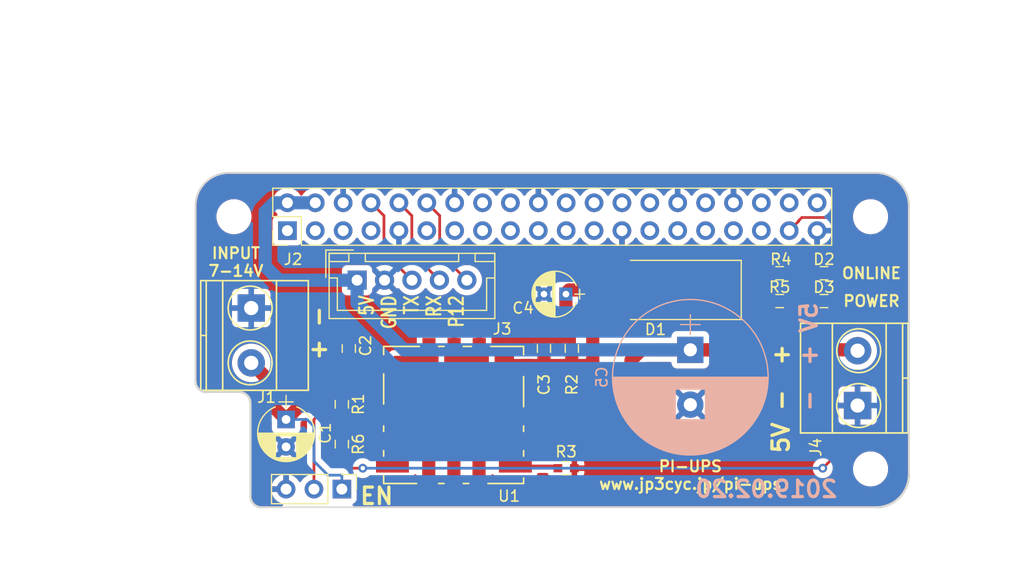
<source format=kicad_pcb>
(kicad_pcb (version 20221018) (generator pcbnew)
  (layers (0 "F.Cu" signal) (31 "B.Cu" signal) (34 "B.Paste" user) (35 "F.Paste" user) (36 "B.SilkS" user "B.Silkscreen") (37 "F.SilkS" user "F.Silkscreen") (38 "B.Mask" user) (39 "F.Mask" user) (44 "Edge.Cuts" user))
  (net 0 "")
  (net 1 "Net-(C1-Pad1)")
  (net 2 "pi-06")
  (net 3 "Net-(C3-Pad1)")
  (net 4 "pi-02")
  (net 5 "Net-(D2-Pad2)")
  (net 6 "Net-(D3-Pad2)")
  (net 7 "pi-01")
  (net 8 "pi-08")
  (net 9 "pi-10")
  (net 10 "pi-12")
  (net 11 "pi-37")
  (net 12 "Net-(R1-Pad2)")
  (net 13 "Net-(R3-Pad1)")
  (net 14 "Net-(U1-Pad11)")
  (footprint "Capacitors_THT:CP_Radial_D5.0mm_P2.50mm" (layer "F.Cu") (at 95.25 110.49 -90)
    (fp_text reference "C1" (at 1.25 -3.56 270) (layer "F.SilkS"))
    (fp_text value "22u")
    (pad "1" thru_hole rect (at 0 0 270) (size 1.6 1.6) (drill 0.8) (layers "*.Cu" "*.Mask") (net 1 "Net-(C1-Pad1)"))
    (pad "2" thru_hole circle (at 2.5 0 270) (size 1.6 1.6) (drill 0.8) (layers "*.Cu" "*.Mask") (net 2 "pi-06"))
  )
  (footprint "Capacitors_SMD:C_0603" (layer "F.Cu") (at 100.965 104.025 -90)
    (fp_text reference "C2" (at -0.266 -1.524 270) (layer "F.SilkS"))
    (fp_text value "0.1u")
    (pad "1" smd rect (at -0.75 0 270) (size 0.8 0.75) (layers "F.Cu" "F.Paste" "F.Mask") (net 2 "pi-06"))
    (pad "2" smd rect (at 0.75 0 270) (size 0.8 0.75) (layers "F.Cu" "F.Paste" "F.Mask") (net 1 "Net-(C1-Pad1)"))
  )
  (footprint "Capacitors_SMD:C_0603" (layer "F.Cu") (at 118.745 104.025 90)
    (fp_text reference "C3" (at -3.29 0 90) (layer "F.SilkS"))
    (fp_text value "0.1u")
    (pad "1" smd rect (at -0.75 0 90) (size 0.8 0.75) (layers "F.Cu" "F.Paste" "F.Mask") (net 3 "Net-(C3-Pad1)"))
    (pad "2" smd rect (at 0.75 0 90) (size 0.8 0.75) (layers "F.Cu" "F.Paste" "F.Mask") (net 2 "pi-06"))
  )
  (footprint "Capacitors_THT:CP_Radial_D4.0mm_P2.00mm" (layer "F.Cu") (at 120.745 99.06 180)
    (fp_text reference "C4" (at 3.905 -1.27 180) (layer "F.SilkS"))
    (fp_text value "10u")
    (pad "1" thru_hole rect (at 0 0 180) (size 1.2 1.2) (drill 0.6) (layers "*.Cu" "*.Mask") (net 3 "Net-(C3-Pad1)"))
    (pad "2" thru_hole circle (at 2 0 180) (size 1.2 1.2) (drill 0.6) (layers "*.Cu" "*.Mask") (net 2 "pi-06"))
  )
  (footprint "Diodes_SMD:D_3220" (layer "F.Cu") (at 130.62 98.68 180)
    (fp_text reference "D1" (at 1.715 -3.6 180) (layer "F.SilkS"))
    (fp_text value "D")
    (pad "1" smd rect (at -4 0 270) (size 3.9 3.9) (layers "F.Cu" "F.Paste" "F.Mask") (net 4 "pi-02"))
    (pad "2" smd rect (at 4 0 270) (size 3.9 3.9) (layers "F.Cu" "F.Paste" "F.Mask") (net 3 "Net-(C3-Pad1)"))
  )
  (footprint "Capacitors_SMD:C_0603" (layer "F.Cu") (at 144.26 97.155 180)
    (fp_text reference "D2" (at 0 1.27 180) (layer "F.SilkS"))
    (fp_text value "ON-LINE")
    (pad "1" smd rect (at -0.75 0 180) (size 0.8 0.75) (layers "F.Cu" "F.Paste" "F.Mask") (net 2 "pi-06"))
    (pad "2" smd rect (at 0.75 0 180) (size 0.8 0.75) (layers "F.Cu" "F.Paste" "F.Mask") (net 5 "Net-(D2-Pad2)"))
  )
  (footprint "Capacitors_SMD:C_0603" (layer "F.Cu") (at 144.26 99.695 180)
    (fp_text reference "D3" (at 0 1.27 180) (layer "F.SilkS"))
    (fp_text value "POWER")
    (pad "1" smd rect (at -0.75 0 180) (size 0.8 0.75) (layers "F.Cu" "F.Paste" "F.Mask") (net 2 "pi-06"))
    (pad "2" smd rect (at 0.75 0 180) (size 0.8 0.75) (layers "F.Cu" "F.Paste" "F.Mask") (net 6 "Net-(D3-Pad2)"))
  )
  (footprint "Connectors_Terminal_Blocks:TerminalBlock_Pheonix_MKDS1.5-2pol" (layer "F.Cu") (at 92.075 100.33 -90)
    (fp_text reference "J1" (at 8.128 -1.397) (layer "F.SilkS"))
    (fp_text value "Battery")
    (pad "1" thru_hole rect (at 0 0 270) (size 2.5 2.5) (drill 1.3) (layers "*.Cu" "*.Mask") (net 2 "pi-06"))
    (pad "2" thru_hole circle (at 5 0 270) (size 2.5 2.5) (drill 1.3) (layers "*.Cu" "*.Mask") (net 1 "Net-(C1-Pad1)"))
  )
  (footprint "Pin_Headers:Pin_Header_Straight_2x20_Pitch2.54mm" (layer "F.Cu") (at 95.37 93.27 90)
    (fp_text reference "J2" (at -2.615 0.515 180) (layer "F.SilkS"))
    (fp_text value "Raspi GPIO")
    (pad "1" thru_hole rect locked (at 0 0 90) (size 1.7 1.7) (drill 1) (layers "*.Cu" "*.Mask") (net 7 "pi-01"))
    (pad "2" thru_hole oval locked (at 2.54 0 90) (size 1.7 1.7) (drill 1) (layers "*.Cu" "*.Mask") (net 4 "pi-02"))
    (pad "3" thru_hole oval locked (at 0 2.54 90) (size 1.7 1.7) (drill 1) (layers "*.Cu" "*.Mask"))
    (pad "4" thru_hole oval locked (at 2.54 2.54 90) (size 1.7 1.7) (drill 1) (layers "*.Cu" "*.Mask") (net 4 "pi-02"))
    (pad "5" thru_hole oval locked (at 0 5.08 90) (size 1.7 1.7) (drill 1) (layers "*.Cu" "*.Mask"))
    (pad "6" thru_hole oval locked (at 2.54 5.08 90) (size 1.7 1.7) (drill 1) (layers "*.Cu" "*.Mask") (net 2 "pi-06"))
    (pad "7" thru_hole oval locked (at 0 7.62 90) (size 1.7 1.7) (drill 1) (layers "*.Cu" "*.Mask"))
    (pad "8" thru_hole oval locked (at 2.54 7.62 90) (size 1.7 1.7) (drill 1) (layers "*.Cu" "*.Mask") (net 8 "pi-08"))
    (pad "9" thru_hole oval locked (at 0 10.16 90) (size 1.7 1.7) (drill 1) (layers "*.Cu" "*.Mask") (net 2 "pi-06"))
    (pad "10" thru_hole oval locked (at 2.54 10.16 90) (size 1.7 1.7) (drill 1) (layers "*.Cu" "*.Mask") (net 9 "pi-10"))
    (pad "11" thru_hole oval locked (at 0 12.7 90) (size 1.7 1.7) (drill 1) (layers "*.Cu" "*.Mask"))
    (pad "12" thru_hole oval locked (at 2.54 12.7 90) (size 1.7 1.7) (drill 1) (layers "*.Cu" "*.Mask") (net 10 "pi-12"))
    (pad "13" thru_hole oval locked (at 0 15.24 90) (size 1.7 1.7) (drill 1) (layers "*.Cu" "*.Mask"))
    (pad "14" thru_hole oval locked (at 2.54 15.24 90) (size 1.7 1.7) (drill 1) (layers "*.Cu" "*.Mask") (net 2 "pi-06"))
    (pad "15" thru_hole oval locked (at 0 17.78 90) (size 1.7 1.7) (drill 1) (layers "*.Cu" "*.Mask"))
    (pad "16" thru_hole oval locked (at 2.54 17.78 90) (size 1.7 1.7) (drill 1) (layers "*.Cu" "*.Mask"))
    (pad "17" thru_hole oval locked (at 0 20.32 90) (size 1.7 1.7) (drill 1) (layers "*.Cu" "*.Mask") (net 7 "pi-01"))
    (pad "18" thru_hole oval locked (at 2.54 20.32 90) (size 1.7 1.7) (drill 1) (layers "*.Cu" "*.Mask"))
    (pad "19" thru_hole oval locked (at 0 22.86 90) (size 1.7 1.7) (drill 1) (layers "*.Cu" "*.Mask"))
    (pad "20" thru_hole oval locked (at 2.54 22.86 90) (size 1.7 1.7) (drill 1) (layers "*.Cu" "*.Mask") (net 2 "pi-06"))
    (pad "21" thru_hole oval locked (at 0 25.4 90) (size 1.7 1.7) (drill 1) (layers "*.Cu" "*.Mask"))
    (pad "22" thru_hole oval locked (at 2.54 25.4 90) (size 1.7 1.7) (drill 1) (layers "*.Cu" "*.Mask"))
    (pad "23" thru_hole oval locked (at 0 27.94 90) (size 1.7 1.7) (drill 1) (layers "*.Cu" "*.Mask"))
    (pad "24" thru_hole oval locked (at 2.54 27.94 90) (size 1.7 1.7) (drill 1) (layers "*.Cu" "*.Mask"))
    (pad "25" thru_hole oval locked (at 0 30.48 90) (size 1.7 1.7) (drill 1) (layers "*.Cu" "*.Mask") (net 2 "pi-06"))
    (pad "26" thru_hole oval locked (at 2.54 30.48 90) (size 1.7 1.7) (drill 1) (layers "*.Cu" "*.Mask"))
    (pad "27" thru_hole oval locked (at 0 33.02 90) (size 1.7 1.7) (drill 1) (layers "*.Cu" "*.Mask"))
    (pad "28" thru_hole oval locked (at 2.54 33.02 90) (size 1.7 1.7) (drill 1) (layers "*.Cu" "*.Mask"))
    (pad "29" thru_hole oval locked (at 0 35.56 90) (size 1.7 1.7) (drill 1) (layers "*.Cu" "*.Mask"))
    (pad "30" thru_hole oval locked (at 2.54 35.56 90) (size 1.7 1.7) (drill 1) (layers "*.Cu" "*.Mask") (net 2 "pi-06"))
    (pad "31" thru_hole oval locked (at 0 38.1 90) (size 1.7 1.7) (drill 1) (layers "*.Cu" "*.Mask"))
    (pad "32" thru_hole oval locked (at 2.54 38.1 90) (size 1.7 1.7) (drill 1) (layers "*.Cu" "*.Mask"))
    (pad "33" thru_hole oval locked (at 0 40.64 90) (size 1.7 1.7) (drill 1) (layers "*.Cu" "*.Mask"))
    (pad "34" thru_hole oval locked (at 2.54 40.64 90) (size 1.7 1.7) (drill 1) (layers "*.Cu" "*.Mask") (net 2 "pi-06"))
    (pad "35" thru_hole oval locked (at 0 43.18 90) (size 1.7 1.7) (drill 1) (layers "*.Cu" "*.Mask"))
    (pad "36" thru_hole oval locked (at 2.54 43.18 90) (size 1.7 1.7) (drill 1) (layers "*.Cu" "*.Mask"))
    (pad "37" thru_hole oval locked (at 0 45.72 90) (size 1.7 1.7) (drill 1) (layers "*.Cu" "*.Mask") (net 11 "pi-37"))
    (pad "38" thru_hole oval locked (at 2.54 45.72 90) (size 1.7 1.7) (drill 1) (layers "*.Cu" "*.Mask"))
    (pad "39" thru_hole oval locked (at 0 48.26 90) (size 1.7 1.7) (drill 1) (layers "*.Cu" "*.Mask") (net 2 "pi-06"))
    (pad "40" thru_hole oval locked (at 2.54 48.26 90) (size 1.7 1.7) (drill 1) (layers "*.Cu" "*.Mask"))
  )
  (footprint "Connectors_JST:JST_XH_B05B-XH-A_05x2.50mm_Straight" (layer "F.Cu") (at 101.72 97.79)
    (fp_text reference "J3" (at 13.215 4.445) (layer "F.SilkS"))
    (fp_text value "GPS")
    (pad "1" thru_hole rect (at 0 0) (size 1.75 1.75) (drill 1) (layers "*.Cu" "*.Mask") (net 4 "pi-02"))
    (pad "2" thru_hole circle (at 2.5 0) (size 1.75 1.75) (drill 1) (layers "*.Cu" "*.Mask") (net 2 "pi-06"))
    (pad "3" thru_hole circle (at 5 0) (size 1.75 1.75) (drill 1) (layers "*.Cu" "*.Mask") (net 8 "pi-08"))
    (pad "4" thru_hole circle (at 7.5 0) (size 1.75 1.75) (drill 1) (layers "*.Cu" "*.Mask") (net 9 "pi-10"))
    (pad "5" thru_hole circle (at 10 0) (size 1.75 1.75) (drill 1) (layers "*.Cu" "*.Mask") (net 10 "pi-12"))
  )
  (footprint "Connectors_Terminal_Blocks:TerminalBlock_Pheonix_MKDS1.5-2pol" (layer "F.Cu") (at 147.32 109.22 90)
    (fp_text reference "J4" (at -3.81 -3.81 90) (layer "F.SilkS"))
    (fp_text value "5V")
    (pad "1" thru_hole rect (at 0 0 90) (size 2.5 2.5) (drill 1.3) (layers "*.Cu" "*.Mask") (net 2 "pi-06"))
    (pad "2" thru_hole circle (at 5 0 90) (size 2.5 2.5) (drill 1.3) (layers "*.Cu" "*.Mask") (net 4 "pi-02"))
  )
  (footprint "Capacitors_SMD:C_0603" (layer "F.Cu") (at 100.33 109.105 -90)
    (fp_text reference "R1" (at 0 -1.5 270) (layer "F.SilkS"))
    (fp_text value "20k")
    (pad "1" smd rect (at -0.75 0 270) (size 0.8 0.75) (layers "F.Cu" "F.Paste" "F.Mask") (net 1 "Net-(C1-Pad1)"))
    (pad "2" smd rect (at 0.75 0 270) (size 0.8 0.75) (layers "F.Cu" "F.Paste" "F.Mask") (net 12 "Net-(R1-Pad2)"))
  )
  (footprint "Capacitors_SMD:C_0603" (layer "F.Cu") (at 121.285 104.025 90)
    (fp_text reference "R2" (at -3.29 0 90) (layer "F.SilkS"))
    (fp_text value "1.2k")
    (pad "1" smd rect (at -0.75 0 90) (size 0.8 0.75) (layers "F.Cu" "F.Paste" "F.Mask") (net 3 "Net-(C3-Pad1)"))
    (pad "2" smd rect (at 0.75 0 90) (size 0.8 0.75) (layers "F.Cu" "F.Paste" "F.Mask") (net 2 "pi-06"))
  )
  (footprint "Capacitors_SMD:C_0603" (layer "F.Cu") (at 120.765 114.935)
    (fp_text reference "R3" (at 0 -1.5) (layer "F.SilkS"))
    (fp_text value "1.33k")
    (pad "1" smd rect (at -0.75 0) (size 0.8 0.75) (layers "F.Cu" "F.Paste" "F.Mask") (net 13 "Net-(R3-Pad1)"))
    (pad "2" smd rect (at 0.75 0) (size 0.8 0.75) (layers "F.Cu" "F.Paste" "F.Mask") (net 2 "pi-06"))
  )
  (footprint "Capacitors_SMD:C_0603" (layer "F.Cu") (at 140.22 99.695)
    (fp_text reference "R5" (at 0 -1.27) (layer "F.SilkS"))
    (fp_text value "1k")
    (pad "1" smd rect (at -0.75 0) (size 0.8 0.75) (layers "F.Cu" "F.Paste" "F.Mask") (net 4 "pi-02"))
    (pad "2" smd rect (at 0.75 0) (size 0.8 0.75) (layers "F.Cu" "F.Paste" "F.Mask") (net 6 "Net-(D3-Pad2)"))
  )
  (footprint "Capacitors_SMD:C_0603" (layer "F.Cu") (at 100.33 112.74 -90)
    (fp_text reference "R6" (at 0 -1.5 270) (layer "F.SilkS"))
    (fp_text value "0")
    (pad "1" smd rect (at -0.75 0 270) (size 0.8 0.75) (layers "F.Cu" "F.Paste" "F.Mask") (net 11 "pi-37"))
    (pad "2" smd rect (at 0.75 0 270) (size 0.8 0.75) (layers "F.Cu" "F.Paste" "F.Mask") (net 11 "pi-37"))
  )
  (footprint "Pin_Headers:Pin_Header_Straight_1x03_Pitch2.54mm" (layer "F.Cu") (at 100.33 116.84 -90)
    (fp_text reference "SW1" hide)
    (fp_text value "ON/OFF")
    (pad "1" thru_hole rect (at 0 0 270) (size 1.7 1.7) (drill 1) (layers "*.Cu" "*.Mask") (net 1 "Net-(C1-Pad1)"))
    (pad "2" thru_hole oval (at 0 2.54 270) (size 1.7 1.7) (drill 1) (layers "*.Cu" "*.Mask") (net 12 "Net-(R1-Pad2)"))
    (pad "3" thru_hole oval (at 0 5.08 270) (size 1.7 1.7) (drill 1) (layers "*.Cu" "*.Mask") (net 2 "pi-06"))
  )
  (footprint "murata_dcdc:OKL_T3_W12" (layer "F.Cu") (at 110.14 109.05)
    (fp_text reference "U1" (at 5.43 8.425) (layer "F.SilkS"))
    (fp_text value "OKL_T3_W12")
    (pad "1" smd rect (at -5.2 1.1) (size 3 1.2) (layers "F.Cu" "F.Paste" "F.Mask") (net 12 "Net-(R1-Pad2)"))
    (pad "2" smd rect (at -5.88 -3.48) (size 1.63 1.2) (layers "F.Cu" "F.Paste" "F.Mask") (net 1 "Net-(C1-Pad1)"))
    (pad "2" smd rect (at -3.03 -3.48) (size 4.07 1.77) (layers "F.Cu" "F.Paste" "F.Mask") (net 1 "Net-(C1-Pad1)"))
    (pad "2" smd rect (at -1.87 -5.18 90) (size 1.63 1.2) (layers "F.Cu" "F.Paste" "F.Mask") (net 1 "Net-(C1-Pad1)"))
    (pad "3" smd rect (at 0.42 -5.18 90) (size 1.63 1.2) (layers "F.Cu" "F.Paste" "F.Mask") (net 2 "pi-06"))
    (pad "3" smd rect (at 1.55 -3.48) (size 4.07 1.77) (layers "F.Cu" "F.Paste" "F.Mask") (net 2 "pi-06"))
    (pad "3" smd rect (at 2.71 -5.18 90) (size 1.63 1.2) (layers "F.Cu" "F.Paste" "F.Mask") (net 2 "pi-06"))
    (pad "4" smd rect (at 4.99 -2.33 90) (size 4.07 1.77) (layers "F.Cu" "F.Paste" "F.Mask") (net 3 "Net-(C3-Pad1)"))
    (pad "4" smd rect (at 6.69 -3.48) (size 1.63 1.2) (layers "F.Cu" "F.Paste" "F.Mask") (net 3 "Net-(C3-Pad1)"))
    (pad "5" smd rect (at 6 1.1) (size 3 1.2) (layers "F.Cu" "F.Paste" "F.Mask") (net 4 "pi-02"))
    (pad "6" smd rect (at 6 5.68) (size 3 1.2) (layers "F.Cu" "F.Paste" "F.Mask") (net 13 "Net-(R3-Pad1)"))
    (pad "7" smd rect (at 0.4 6.58 90) (size 3 1.2) (layers "F.Cu" "F.Paste" "F.Mask") (net 2 "pi-06"))
    (pad "8" smd rect (at -1.89 6.58 90) (size 3 1.2) (layers "F.Cu" "F.Paste" "F.Mask"))
    (pad "9" smd rect (at -5.2 5.68) (size 3 1.2) (layers "F.Cu" "F.Paste" "F.Mask"))
    (pad "10" smd rect (at -5.2 3.39) (size 3 1.2) (layers "F.Cu" "F.Paste" "F.Mask") (net 11 "pi-37"))
    (pad "11" smd rect (at 5 3.39) (size 1 1.2) (layers "F.Cu" "F.Paste" "F.Mask") (net 14 "Net-(U1-Pad11)"))
    (pad "11" smd rect (at 6.75 3.39) (size 1.5 1.2) (layers "F.Cu" "F.Paste" "F.Mask") (net 14 "Net-(U1-Pad11)"))
    (pad "12" smd rect (at 2.69 6.58 270) (size 3 1.2) (layers "F.Cu" "F.Paste" "F.Mask"))
  )
  (footprint "Mounting_Holes:MountingHole_2.7mm_M2.5_ISO7380" (layer "F.Cu") (at 148.5 92)
    (fp_text reference "REF**" hide)
    (fp_text value "M2.5" hide)
    (pad "" np_thru_hole circle (at 0 0) (size 2.7 2.7) (drill 2.7) (layers "*.Cu" "*.Mask"))
  )
  (footprint "Mounting_Holes:MountingHole_2.7mm_M2.5_ISO7380" (layer "F.Cu") (at 90.5 92)
    (fp_text reference "REF**" hide)
    (fp_text value "M2.5" hide)
    (pad "" np_thru_hole circle (at 0 0) (size 2.7 2.7) (drill 2.7) (layers "*.Cu" "*.Mask"))
  )
  (footprint "Mounting_Holes:MountingHole_2.7mm_M2.5_ISO7380" (layer "F.Cu") (at 148.5 115)
    (fp_text reference "REF**" hide)
    (fp_text value "M2.5" hide)
    (pad "" np_thru_hole circle (at 0 0) (size 2.7 2.7) (drill 2.7) (layers "*.Cu" "*.Mask"))
  )
  (footprint "Capacitors_SMD:C_0603" (layer "F.Cu") (at 140.22 97.155)
    (fp_text reference "R4" (at 0.115 -1.27) (layer "F.SilkS"))
    (fp_text value "1k")
    (pad "1" smd rect (at -0.75 0) (size 0.8 0.75) (layers "F.Cu" "F.Paste" "F.Mask") (net 3 "Net-(C3-Pad1)"))
    (pad "2" smd rect (at 0.75 0) (size 0.8 0.75) (layers "F.Cu" "F.Paste" "F.Mask") (net 5 "Net-(D2-Pad2)"))
  )
  (footprint "Capacitors_THT:CP_Radial_D14.0mm_P5.00mm" (layer "B.Cu") (at 132.08 104.14 -90)
    (fp_text reference "C5" (at 2.5 8.06 270) (layer "B.SilkS") (effects (justify mirror)))
    (fp_text value "SE-5R5-D155WY")
    (pad "1" thru_hole rect (at 0 0 270) (size 2.4 2.4) (drill 1.2) (layers "*.Cu" "*.Mask") (net 4 "pi-02"))
    (pad "2" thru_hole circle (at 5 0 270) (size 2.4 2.4) (drill 1.2) (layers "*.Cu" "*.Mask") (net 2 "pi-06"))
  )
  (gr_line (start 93 118.5) (end 149 118.5) (stroke (width 0.15)) (layer "Edge.Cuts"))
  (gr_line (start 149 88) (end 90 88) (stroke (width 0.15)) (layer "Edge.Cuts"))
  (gr_arc (start 88 108) (mid 87.292893 107.707107) (end 87 107) (stroke (width 0.2)) (layer "Edge.Cuts"))
  (gr_line (start 88 108) (end 91 108) (stroke (width 0.15)) (layer "Edge.Cuts"))
  (gr_line (start 87 91) (end 87 107) (stroke (width 0.15)) (layer "Edge.Cuts"))
  (gr_arc (start 152 115.5) (mid 151.12132 117.62132) (end 149 118.5) (stroke (width 0.2)) (layer "Edge.Cuts"))
  (gr_line (start 152 91) (end 152 115.5) (stroke (width 0.15)) (layer "Edge.Cuts"))
  (gr_arc (start 91 108) (mid 91.707107 108.292893) (end 92 109) (stroke (width 0.2)) (layer "Edge.Cuts"))
  (gr_arc (start 87 91) (mid 87.87868 88.87868) (end 90 88) (stroke (width 0.15)) (layer "Edge.Cuts"))
  (gr_arc (start 149 88) (mid 151.12132 88.87868) (end 152 91) (stroke (width 0.15)) (layer "Edge.Cuts"))
  (gr_arc (start 93 118.5) (mid 92.292893 118.207107) (end 92 117.5) (stroke (width 0.2)) (layer "Edge.Cuts"))
  (gr_line (start 92 109) (end 92 117.5) (stroke (width 0.15)) (layer "Edge.Cuts"))
  (gr_text "5V +  -" (at 142.875 104.775 90) (layer "B.SilkS") (effects (font (size 1.5 1.5) (thickness 0.3)) (justify mirror)))
  (gr_text "2019.02.20 " (at 138.43 116.84) (layer "B.SilkS") (effects (font (size 1.5 1.5) (thickness 0.3)) (justify mirror)))
  (gr_text "ONLINE" (at 148.59 97.155) (layer "F.SilkS") (effects (font (size 1 1) (thickness 0.2))))
  (gr_text "POWER" (at 148.59 99.695) (layer "F.SilkS") (effects (font (size 1 1) (thickness 0.2))))
  (gr_text "5V\nGND\nTX\nRX\nP12" (at 106.68 99.06 90) (layer "F.SilkS") (effects (font (size 1.27 1) (thickness 0.2)) (justify right)))
  (gr_text "5V -  +" (at 140.335 108.585 90) (layer "F.SilkS") (effects (font (size 1.5 1.5) (thickness 0.3))))
  (gr_text "+ -" (at 98.171 102.616 90) (layer "F.SilkS") (effects (font (size 1.5 1.5) (thickness 0.3))))
  (gr_text "PI-UPS\nwww.jp3cyc.jp/pi-ups" (at 132.08 115.57) (layer "F.SilkS") (effects (font (size 1 1) (thickness 0.2))))
  (gr_text "INPUT\n7-14V" (at 90.678 96.139) (layer "F.SilkS") (effects (font (size 1 1) (thickness 0.2))))
  (gr_text "EN" (at 103.505 117.475) (layer "F.SilkS") (effects (font (size 1.5 1.5) (thickness 0.3))))
  (segment (start 95.25 110.49) (end 93.345 108.585) (width 1.2) (layer "F.Cu") (net 1))
  (segment (start 97.155 108.585) (end 97.155 106.84) (width 1.2) (layer "F.Cu") (net 1))
  (segment (start 100.33 105.57) (end 100.33 108.355) (width 0.25) (layer "F.Cu") (net 1))
  (segment (start 93.345 108.585) (end 93.345 106.6) (width 1.2) (layer "F.Cu") (net 1))
  (segment (start 104.26 105.57) (end 100.965 105.57) (width 1.2) (layer "F.Cu") (net 1))
  (segment (start 93.345 106.6) (end 92.075 105.33) (width 1.2) (layer "F.Cu") (net 1))
  (segment (start 97.155 106.84) (end 98.425 105.57) (width 1.2) (layer "F.Cu") (net 1))
  (segment (start 95.25 110.49) (end 97.155 108.585) (width 1.2) (layer "F.Cu") (net 1))
  (segment (start 100.33 105.57) (end 98.425 105.57) (width 1.2) (layer "F.Cu") (net 1))
  (segment (start 100.965 104.775) (end 100.965 105.57) (width 1.2) (layer "F.Cu") (net 1))
  (segment (start 100.965 105.57) (end 100.33 105.57) (width 1.2) (layer "F.Cu") (net 1))
  (segment (start 100.33 116.84) (end 100.33 115.57) (width 0.25) (layer "B.Cu") (net 1))
  (segment (start 97.155 110.49) (end 95.25 110.49) (width 0.25) (layer "B.Cu") (net 1))
  (segment (start 97.79 114.3) (end 97.79 111.125) (width 0.25) (layer "B.Cu") (net 1))
  (segment (start 99.06 115.57) (end 97.79 114.3) (width 0.25) (layer "B.Cu") (net 1))
  (segment (start 100.33 115.57) (end 99.06 115.57) (width 0.25) (layer "B.Cu") (net 1))
  (segment (start 97.79 111.125) (end 97.155 110.49) (width 0.25) (layer "B.Cu") (net 1))
  (segment (start 120.65 105.57) (end 122.776 105.57) (width 1.2) (layer "F.Cu") (net 3))
  (segment (start 139.47 97.155) (end 139.47 96.53) (width 0.25) (layer "F.Cu") (net 3))
  (segment (start 122.776 105.57) (end 123.19 105.156) (width 1.2) (layer "F.Cu") (net 3))
  (segment (start 120.745 98.965) (end 121.03 98.68) (width 1.2) (layer "F.Cu") (net 3))
  (segment (start 138.825 95.885) (end 127 95.885) (width 0.25) (layer "F.Cu") (net 3))
  (segment (start 120.745 99.06) (end 120.745 98.965) (width 1.2) (layer "F.Cu") (net 3))
  (segment (start 121.03 98.68) (end 126.62 98.68) (width 1.2) (layer "F.Cu") (net 3))
  (segment (start 120.65 105.57) (end 121.285 105.57) (width 1.2) (layer "F.Cu") (net 3))
  (segment (start 116.83 105.57) (end 118.745 105.57) (width 1.2) (layer "F.Cu") (net 3))
  (segment (start 139.47 96.53) (end 138.825 95.885) (width 0.25) (layer "F.Cu") (net 3))
  (segment (start 118.745 105.57) (end 120.65 105.57) (width 1.2) (layer "F.Cu") (net 3))
  (segment (start 120.745 100.86) (end 121.485 101.6) (width 1.2) (layer "F.Cu") (net 3))
  (segment (start 126.62 96.265) (end 126.62 98.68) (width 0.25) (layer "F.Cu") (net 3))
  (segment (start 122.555 101.6) (end 123.19 102.235) (width 1.2) (layer "F.Cu") (net 3))
  (segment (start 120.745 99.06) (end 120.745 100.86) (width 1.2) (layer "F.Cu") (net 3))
  (segment (start 118.745 104.775) (end 118.745 105.57) (width 1.2) (layer "F.Cu") (net 3))
  (segment (start 127 95.885) (end 126.62 96.265) (width 0.25) (layer "F.Cu") (net 3))
  (segment (start 123.19 102.235) (end 123.19 105.156) (width 1.2) (layer "F.Cu") (net 3))
  (segment (start 121.485 101.6) (end 122.555 101.6) (width 1.2) (layer "F.Cu") (net 3))
  (segment (start 121.285 104.775) (end 121.285 105.57) (width 1.2) (layer "F.Cu") (net 3))
  (segment (start 139.47 99.695) (end 135.635 99.695) (width 0.25) (layer "F.Cu") (net 4))
  (segment (start 135.635 99.695) (end 134.62 98.68) (width 0.25) (layer "F.Cu") (net 4))
  (segment (start 126.675002 105.099998) (end 126.675002 109.544998) (width 1.2) (layer "F.Cu") (net 4))
  (segment (start 134.48 104.14) (end 132.08 104.14) (width 1.2) (layer "F.Cu") (net 4))
  (segment (start 132.08 104.14) (end 127.635 104.14) (width 1.2) (layer "F.Cu") (net 4))
  (segment (start 147.24 104.14) (end 147.32 104.22) (width 1.2) (layer "F.Cu") (net 4))
  (segment (start 127.635 104.14) (end 126.675002 105.099998) (width 1.2) (layer "F.Cu") (net 4))
  (segment (start 124.475002 110.15) (end 116.14 110.15) (width 1.2) (layer "F.Cu") (net 4))
  (segment (start 126.07 110.15) (end 124.475002 110.15) (width 1.2) (layer "F.Cu") (net 4))
  (segment (start 134.62 98.68) (end 134.62 104) (width 1.2) (layer "F.Cu") (net 4))
  (segment (start 126.675002 109.544998) (end 126.07 110.15) (width 1.2) (layer "F.Cu") (net 4))
  (segment (start 134.62 104) (end 134.48 104.14) (width 1.2) (layer "F.Cu") (net 4))
  (segment (start 132.08 104.14) (end 147.24 104.14) (width 1.2) (layer "F.Cu") (net 4))
  (segment (start 129.68 104.14) (end 132.08 104.14) (width 1.2) (layer "B.Cu") (net 4))
  (segment (start 99.645 97.79) (end 101.72 97.79) (width 1.2) (layer "B.Cu") (net 4))
  (segment (start 94.167919 90.73) (end 93.345 91.552919) (width 1.2) (layer "B.Cu") (net 4))
  (segment (start 101.72 97.79) (end 101.72 99.865) (width 1.2) (layer "B.Cu") (net 4))
  (segment (start 93.345 96.52) (end 94.615 97.79) (width 1.2) (layer "B.Cu") (net 4))
  (segment (start 93.345 91.552919) (end 93.345 96.52) (width 1.2) (layer "B.Cu") (net 4))
  (segment (start 94.615 97.79) (end 99.645 97.79) (width 1.2) (layer "B.Cu") (net 4))
  (segment (start 95.37 90.73) (end 97.91 90.73) (width 1.2) (layer "B.Cu") (net 4))
  (segment (start 105.995 104.14) (end 129.68 104.14) (width 1.2) (layer "B.Cu") (net 4))
  (segment (start 101.72 99.865) (end 105.995 104.14) (width 1.2) (layer "B.Cu") (net 4))
  (segment (start 95.37 90.73) (end 94.167919 90.73) (width 1.2) (layer "B.Cu") (net 4))
  (segment (start 140.97 97.155) (end 143.51 97.155) (width 0.25) (layer "F.Cu") (net 5))
  (segment (start 141.605 99.695) (end 140.97 99.695) (width 0.25) (layer "F.Cu") (net 6))
  (segment (start 143.51 99.695) (end 141.605 99.695) (width 0.25) (layer "F.Cu") (net 6))
  (segment (start 104.165001 91.905001) (end 104.165001 95.235001) (width 0.25) (layer "F.Cu") (net 8))
  (segment (start 104.165001 95.235001) (end 106.72 97.79) (width 0.25) (layer "F.Cu") (net 8))
  (segment (start 102.99 90.73) (end 104.165001 91.905001) (width 0.25) (layer "F.Cu") (net 8))
  (segment (start 105.53 90.73) (end 106.705001 91.905001) (width 0.25) (layer "F.Cu") (net 9))
  (segment (start 106.705001 91.905001) (end 106.705001 95.275001) (width 0.25) (layer "F.Cu") (net 9))
  (segment (start 106.705001 95.275001) (end 109.22 97.79) (width 0.25) (layer "F.Cu") (net 9))
  (segment (start 109.245001 95.315001) (end 111.72 97.79) (width 0.25) (layer "F.Cu") (net 10))
  (segment (start 108.07 90.73) (end 109.245001 91.905001) (width 0.25) (layer "F.Cu") (net 10))
  (segment (start 109.245001 91.905001) (end 109.245001 95.315001) (width 0.25) (layer "F.Cu") (net 10))
  (segment (start 149.225 112.395) (end 146.685 112.395) (width 0.25) (layer "F.Cu") (net 11))
  (segment (start 102.465 111.99) (end 102.915 112.44) (width 0.25) (layer "F.Cu") (net 11))
  (segment (start 100.965 114.935) (end 102.235 114.935) (width 0.25) (layer "F.Cu") (net 11))
  (segment (start 146.05 93.98) (end 147.32 95.25) (width 0.25) (layer "F.Cu") (net 11))
  (segment (start 100.33 113.49) (end 100.33 113.515) (width 0.25) (layer "F.Cu") (net 11))
  (segment (start 142.24 92.075) (end 144.174002 92.075) (width 0.25) (layer "F.Cu") (net 11))
  (segment (start 100.33 113.515) (end 100.33 114.3) (width 0.25) (layer "F.Cu") (net 11))
  (segment (start 146.685 112.395) (end 144.145 114.935) (width 0.25) (layer "F.Cu") (net 11))
  (segment (start 141.939999 92.420001) (end 141.939999 92.375001) (width 0.25) (layer "F.Cu") (net 11))
  (segment (start 148.59 95.25) (end 149.86 96.52) (width 0.25) (layer "F.Cu") (net 11))
  (segment (start 100.33 114.3) (end 100.965 114.935) (width 0.25) (layer "F.Cu") (net 11))
  (segment (start 144.174002 92.075) (end 145.415 92.075) (width 0.25) (layer "F.Cu") (net 11))
  (segment (start 145.415 92.075) (end 146.05 92.71) (width 0.25) (layer "F.Cu") (net 11))
  (segment (start 102.915 112.44) (end 104.94 112.44) (width 0.25) (layer "F.Cu") (net 11))
  (segment (start 149.86 111.76) (end 149.225 112.395) (width 0.25) (layer "F.Cu") (net 11))
  (segment (start 100.33 113.49) (end 100.33 111.99) (width 0.25) (layer "F.Cu") (net 11))
  (segment (start 149.86 109.765002) (end 149.86 111.76) (width 0.25) (layer "F.Cu") (net 11))
  (segment (start 141.09 93.27) (end 141.939999 92.420001) (width 0.25) (layer "F.Cu") (net 11))
  (segment (start 100.33 111.99) (end 102.465 111.99) (width 0.25) (layer "F.Cu") (net 11))
  (segment (start 149.86 96.52) (end 149.86 109.765002) (width 0.25) (layer "F.Cu") (net 11))
  (segment (start 141.939999 92.375001) (end 142.24 92.075) (width 0.25) (layer "F.Cu") (net 11))
  (segment (start 147.32 95.25) (end 148.59 95.25) (width 0.25) (layer "F.Cu") (net 11))
  (segment (start 146.05 92.71) (end 146.05 93.98) (width 0.25) (layer "F.Cu") (net 11))
  (via (at 102.235 114.935) (size 0.8) (drill 0.4) (layers "F.Cu" "B.Cu") (net 11))
  (via (at 144.145 114.935) (size 0.8) (drill 0.4) (layers "F.Cu" "B.Cu") (net 11))
  (segment (start 102.235 114.935) (end 106.68 114.935) (width 0.25) (layer "B.Cu") (net 11))
  (segment (start 144.145 114.935) (end 106.68 114.935) (width 0.25) (layer "B.Cu") (net 11))
  (segment (start 100.33 109.855) (end 98.425 109.855) (width 0.25) (layer "F.Cu") (net 12))
  (segment (start 98.425 109.855) (end 97.79 110.49) (width 0.25) (layer "F.Cu") (net 12))
  (segment (start 97.79 110.49) (end 97.79 116.84) (width 0.25) (layer "F.Cu") (net 12))
  (segment (start 100.33 109.855) (end 101.6 109.855) (width 0.25) (layer "F.Cu") (net 12))
  (segment (start 101.895 110.15) (end 104.94 110.15) (width 0.25) (layer "F.Cu") (net 12))
  (segment (start 101.6 109.855) (end 101.895 110.15) (width 0.25) (layer "F.Cu") (net 12))
  (segment (start 116.14 114.73) (end 119.81 114.73) (width 0.25) (layer "F.Cu") (net 13))
  (segment (start 119.81 114.73) (end 120.015 114.935) (width 0.25) (layer "F.Cu") (net 13))
  (zone (net 2) (net_name "pi-06") (layer "F.Cu") (connect_pads (clearance 0.508)) (min_thickness 0.254) (fill yes (thermal_gap 0.508) (thermal_bridge_width 0.508))
    (polygon (pts (xy 87 90) (xy 87 107.5) (xy 88 108) (xy 91 108) (xy 92 108.5) (xy 92 109) (xy 92 117.5) (xy 92.5 118.5) (xy 93.5 118.5) (xy 149 118.5) (xy 151 118) (xy 152 116) (xy 152 91) (xy 151.5 89) (xy 149.5 88) (xy 90.5 88) (xy 88 88)))
  )
  (zone (net 0) (net_name "") (layer "F.Cu") (connect_pads (clearance 0)) (min_thickness 0.254)
    (keepout (tracks allowed) (vias allowed) (pads allowed) (copperpour not_allowed) (footprints allowed))
    (fill (thermal_gap 0.508) (thermal_bridge_width 0.508))
    (polygon (pts (xy 105.41 95.25) (xy 104.775 95.25) (xy 104.775 94.615) (xy 106.045 94.615) (xy 106.045 95.25)))
  )
  (zone (net 0) (net_name "") (layer "F.Cu") (connect_pads (clearance 0)) (min_thickness 0.254)
    (keepout (tracks not_allowed) (vias not_allowed) (pads allowed) (copperpour not_allowed) (footprints allowed))
    (fill (thermal_gap 0.508) (thermal_bridge_width 0.508))
    (polygon (pts (xy 104.14 106.68) (xy 104.14 108.585) (xy 104.14 109.22) (xy 106.68 109.22) (xy 106.68 113.665) (xy 114.3 113.665) (xy 114.3 109.22) (xy 113.665 109.22) (xy 113.665 106.68)))
  )
  (zone (net 2) (net_name "pi-06") (layer "B.Cu") (connect_pads (clearance 0.508)) (min_thickness 0.254) (fill yes (thermal_gap 0.508) (thermal_bridge_width 0.508))
    (polygon (pts (xy 87 90) (xy 87 107.5) (xy 88 108) (xy 91 108) (xy 92 108.5) (xy 92 109) (xy 92 117.5) (xy 92.5 118.5) (xy 93.5 118.5) (xy 149 118.5) (xy 151 118) (xy 152 116) (xy 152 91) (xy 151.5 89) (xy 149.5 88) (xy 90.5 88) (xy 88 88)))
  )
)
</source>
